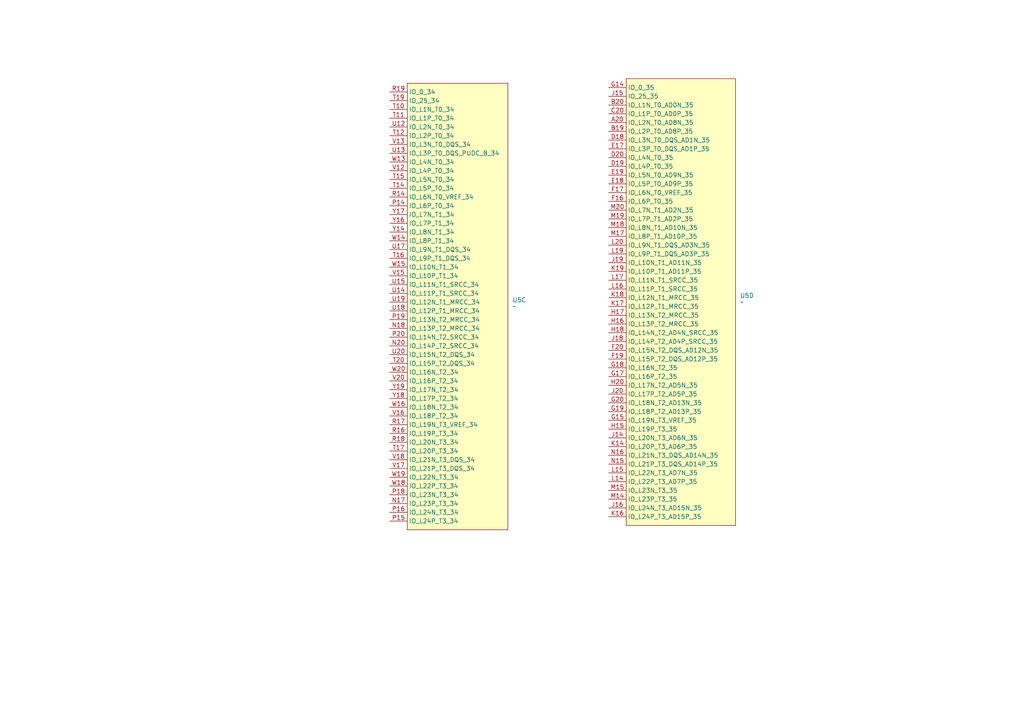
<source format=kicad_sch>
(kicad_sch (version 20231120) (generator "eeschema") (generator_version "8.0")
  (paper "A4")
  (lib_symbols
    (symbol "otter:XC7Z020-1CLG400C"
      (property "Reference" "U" (at 5.842 -1.27 0))
      (symbol "XC7Z020-1CLG400C_1_1"
        (rectangle (start 5.08 57.15) (end 34.29 0) (fill (type background)))
        (pin power_in line (at 39.37 2.54 180) (length 5.08) (name "RSVDGND") (number "F10"))
        (pin power_in line (at 39.37 29.21 180) (length 5.08) (name "VCCBATT_0") (number "F11"))
        (pin output line (at 39.37 49.53 180) (length 5.08) (name "TDO_0") (number "F6"))
        (pin input line (at 39.37 54.61 180) (length 5.08) (name "TCK_0") (number "F9"))
        (pin input line (at 39.37 52.07 180) (length 5.08) (name "TDI_0") (number "G6"))
        (pin power_in line (at 0 2.54 0) (length 5.08) (name "GNDADC_0") (number "J10"))
        (pin input line (at 39.37 46.99 180) (length 5.08) (name "TMS_0") (number "J6"))
        (pin power_in line (at 0 8.89 0) (length 5.08) (name "VCCADC_0") (number "J9"))
        (pin input line (at 0 16.51 0) (length 5.08) (name "VREFN_0") (number "K10"))
        (pin power_in line (at 39.37 38.1 180) (length 5.08) (name "VCCO_0") (number "K6"))
        (pin input line (at 0 26.67 0) (length 5.08) (name "VP_0") (number "K9"))
        (pin input line (at 0 24.13 0) (length 5.08) (name "VN_0") (number "L10"))
        (pin input line (at 0 43.18 0) (length 5.08) (name "PROGRAM_B_0") (number "L6"))
        (pin input line (at 0 19.05 0) (length 5.08) (name "VREFP_0") (number "L9"))
        (pin passive line (at 0 31.75 0) (length 5.08) (name "DXN_0") (number "M10"))
        (pin input line (at 0 54.61 0) (length 5.08) (name "CFGBVS_0") (number "M6"))
        (pin passive line (at 0 34.29 0) (length 5.08) (name "DXP_0") (number "M9"))
        (pin power_in line (at 39.37 5.08 180) (length 5.08) (name "RSVDVCC3") (number "N6"))
        (pin input line (at 0 46.99 0) (length 5.08) (name "INIT_B_0") (number "R10"))
        (pin output line (at 0 50.8 0) (length 5.08) (name "DONE_0") (number "R11"))
        (pin power_in line (at 39.37 7.62 180) (length 5.08) (name "RSVDVCC2") (number "R6"))
        (pin power_in line (at 39.37 10.16 180) (length 5.08) (name "RSVDVCC1") (number "T6"))
      )
      (symbol "XC7Z020-1CLG400C_2_1"
        (rectangle (start 5.08 66.04) (end 29.21 0) (fill (type background)))
        (pin bidirectional line (at 0 17.78 0) (length 5.08) (name "IO_L19P_T3_13") (number "T5"))
        (pin bidirectional line (at 0 53.34 0) (length 5.08) (name "IO_L12P_T1_MRCC_13") (number "T9"))
        (pin bidirectional line (at 0 55.88 0) (length 5.08) (name "IO_L12N_T1_MRCC_13") (number "U10"))
        (pin bidirectional line (at 0 20.32 0) (length 5.08) (name "IO_L19N_T3_VREF_13") (number "U5"))
        (pin bidirectional line (at 0 58.42 0) (length 5.08) (name "IO_L11P_T1_SRCC_13") (number "U7"))
        (pin bidirectional line (at 0 30.48 0) (length 5.08) (name "IO_L17N_T2_13") (number "U8"))
        (pin bidirectional line (at 0 27.94 0) (length 5.08) (name "IO_L17P_T2_13") (number "U9"))
        (pin bidirectional line (at 0 10.16 0) (length 5.08) (name "IO_L21N_T3_DQS_13") (number "V10"))
        (pin bidirectional line (at 0 7.62 0) (length 5.08) (name "IO_L21P_T3_DQS_13") (number "V11"))
        (pin bidirectional line (at 0 63.5 0) (length 5.08) (name "IO_L6N_T0_VREF_13") (number "V5"))
        (pin bidirectional line (at 0 2.54 0) (length 5.08) (name "IO_L22P_T3_13") (number "V6"))
        (pin bidirectional line (at 0 60.96 0) (length 5.08) (name "IO_L11N_T1_SRCC_13") (number "V7"))
        (pin bidirectional line (at 0 38.1 0) (length 5.08) (name "IO_L15P_T2_DQS_13") (number "V8"))
        (pin bidirectional line (at 0 33.02 0) (length 5.08) (name "IO_L16P_T2_13") (number "W10"))
        (pin bidirectional line (at 0 22.86 0) (length 5.08) (name "IO_L18P_T2_13") (number "W11"))
        (pin bidirectional line (at 0 5.08 0) (length 5.08) (name "IO_L22N_T3_13") (number "W6"))
        (pin bidirectional line (at 0 40.64 0) (length 5.08) (name "IO_L15N_T2_DQS_13") (number "W8"))
        (pin bidirectional line (at 0 35.56 0) (length 5.08) (name "IO_L16N_T2_13") (number "W9"))
        (pin bidirectional line (at 0 25.4 0) (length 5.08) (name "IO_L18N_T2_13") (number "Y11"))
        (pin bidirectional line (at 0 12.7 0) (length 5.08) (name "IO_L20P_T3_13") (number "Y12"))
        (pin bidirectional line (at 0 15.24 0) (length 5.08) (name "IO_L20N_T3_13") (number "Y13"))
        (pin bidirectional line (at 0 50.8 0) (length 5.08) (name "IO_L13N_T2_MRCC_13") (number "Y6"))
        (pin bidirectional line (at 0 48.26 0) (length 5.08) (name "IO_L13P_T2_MRCC_13") (number "Y7"))
        (pin bidirectional line (at 0 45.72 0) (length 5.08) (name "IO_L14N_T2_SRCC_13") (number "Y8"))
        (pin bidirectional line (at 0 43.18 0) (length 5.08) (name "IO_L14P_T2_SRCC_13") (number "Y9"))
      )
      (symbol "XC7Z020-1CLG400C_3_1"
        (rectangle (start 5.08 129.54) (end 34.29 0) (fill (type background)))
        (pin bidirectional line (at 0 7.62 0) (length 5.08) (name "IO_L23P_T3_34") (number "N17"))
        (pin bidirectional line (at 0 58.42 0) (length 5.08) (name "IO_L13P_T2_MRCC_34") (number "N18"))
        (pin bidirectional line (at 0 53.34 0) (length 5.08) (name "IO_L14P_T2_SRCC_34") (number "N20"))
        (pin bidirectional line (at 0 93.98 0) (length 5.08) (name "IO_L6P_T0_34") (number "P14"))
        (pin bidirectional line (at 0 2.54 0) (length 5.08) (name "IO_L24P_T3_34") (number "P15"))
        (pin bidirectional line (at 0 5.08 0) (length 5.08) (name "IO_L24N_T3_34") (number "P16"))
        (pin bidirectional line (at 0 10.16 0) (length 5.08) (name "IO_L23N_T3_34") (number "P18"))
        (pin bidirectional line (at 0 60.96 0) (length 5.08) (name "IO_L13N_T2_MRCC_34") (number "P19"))
        (pin bidirectional line (at 0 55.88 0) (length 5.08) (name "IO_L14N_T2_SRCC_34") (number "P20"))
        (pin bidirectional line (at 0 96.52 0) (length 5.08) (name "IO_L6N_T0_VREF_34") (number "R14"))
        (pin bidirectional line (at 0 27.94 0) (length 5.08) (name "IO_L19P_T3_34") (number "R16"))
        (pin bidirectional line (at 0 30.48 0) (length 5.08) (name "IO_L19N_T3_VREF_34") (number "R17"))
        (pin bidirectional line (at 0 25.4 0) (length 5.08) (name "IO_L20N_T3_34") (number "R18"))
        (pin bidirectional line (at 0 127 0) (length 5.08) (name "IO_0_34") (number "R19"))
        (pin bidirectional line (at 0 121.92 0) (length 5.08) (name "IO_L1N_T0_34") (number "T10"))
        (pin bidirectional line (at 0 119.38 0) (length 5.08) (name "IO_L1P_T0_34") (number "T11"))
        (pin bidirectional line (at 0 114.3 0) (length 5.08) (name "IO_L2P_T0_34") (number "T12"))
        (pin bidirectional line (at 0 99.06 0) (length 5.08) (name "IO_L5P_T0_34") (number "T14"))
        (pin bidirectional line (at 0 101.6 0) (length 5.08) (name "IO_L5N_T0_34") (number "T15"))
        (pin bidirectional line (at 0 78.74 0) (length 5.08) (name "IO_L9P_T1_DQS_34") (number "T16"))
        (pin bidirectional line (at 0 22.86 0) (length 5.08) (name "IO_L20P_T3_34") (number "T17"))
        (pin bidirectional line (at 0 124.46 0) (length 5.08) (name "IO_25_34") (number "T19"))
        (pin bidirectional line (at 0 48.26 0) (length 5.08) (name "IO_L15P_T2_DQS_34") (number "T20"))
        (pin bidirectional line (at 0 116.84 0) (length 5.08) (name "IO_L2N_T0_34") (number "U12"))
        (pin bidirectional line (at 0 109.22 0) (length 5.08) (name "IO_L3P_T0_DQS_PUDC_B_34") (number "U13"))
        (pin bidirectional line (at 0 68.58 0) (length 5.08) (name "IO_L11P_T1_SRCC_34") (number "U14"))
        (pin bidirectional line (at 0 71.12 0) (length 5.08) (name "IO_L11N_T1_SRCC_34") (number "U15"))
        (pin bidirectional line (at 0 81.28 0) (length 5.08) (name "IO_L9N_T1_DQS_34") (number "U17"))
        (pin bidirectional line (at 0 63.5 0) (length 5.08) (name "IO_L12P_T1_MRCC_34") (number "U18"))
        (pin bidirectional line (at 0 66.04 0) (length 5.08) (name "IO_L12N_T1_MRCC_34") (number "U19"))
        (pin bidirectional line (at 0 50.8 0) (length 5.08) (name "IO_L15N_T2_DQS_34") (number "U20"))
        (pin bidirectional line (at 0 104.14 0) (length 5.08) (name "IO_L4P_T0_34") (number "V12"))
        (pin bidirectional line (at 0 111.76 0) (length 5.08) (name "IO_L3N_T0_DQS_34") (number "V13"))
        (pin bidirectional line (at 0 73.66 0) (length 5.08) (name "IO_L10P_T1_34") (number "V15"))
        (pin bidirectional line (at 0 33.02 0) (length 5.08) (name "IO_L18P_T2_34") (number "V16"))
        (pin bidirectional line (at 0 17.78 0) (length 5.08) (name "IO_L21P_T3_DQS_34") (number "V17"))
        (pin bidirectional line (at 0 20.32 0) (length 5.08) (name "IO_L21N_T3_DQS_34") (number "V18"))
        (pin bidirectional line (at 0 43.18 0) (length 5.08) (name "IO_L16P_T2_34") (number "V20"))
        (pin bidirectional line (at 0 106.68 0) (length 5.08) (name "IO_L4N_T0_34") (number "W13"))
        (pin bidirectional line (at 0 83.82 0) (length 5.08) (name "IO_L8P_T1_34") (number "W14"))
        (pin bidirectional line (at 0 76.2 0) (length 5.08) (name "IO_L10N_T1_34") (number "W15"))
        (pin bidirectional line (at 0 35.56 0) (length 5.08) (name "IO_L18N_T2_34") (number "W16"))
        (pin bidirectional line (at 0 12.7 0) (length 5.08) (name "IO_L22P_T3_34") (number "W18"))
        (pin bidirectional line (at 0 15.24 0) (length 5.08) (name "IO_L22N_T3_34") (number "W19"))
        (pin bidirectional line (at 0 45.72 0) (length 5.08) (name "IO_L16N_T2_34") (number "W20"))
        (pin bidirectional line (at 0 86.36 0) (length 5.08) (name "IO_L8N_T1_34") (number "Y14"))
        (pin bidirectional line (at 0 88.9 0) (length 5.08) (name "IO_L7P_T1_34") (number "Y16"))
        (pin bidirectional line (at 0 91.44 0) (length 5.08) (name "IO_L7N_T1_34") (number "Y17"))
        (pin bidirectional line (at 0 38.1 0) (length 5.08) (name "IO_L17P_T2_34") (number "Y18"))
        (pin bidirectional line (at 0 40.64 0) (length 5.08) (name "IO_L17N_T2_34") (number "Y19"))
      )
      (symbol "XC7Z020-1CLG400C_4_1"
        (rectangle (start 5.08 129.54) (end 36.83 0) (fill (type background)))
        (pin bidirectional line (at 0 116.84 0) (length 5.08) (name "IO_L2N_T0_AD8N_35") (number "A20"))
        (pin bidirectional line (at 0 114.3 0) (length 5.08) (name "IO_L2P_T0_AD8P_35") (number "B19"))
        (pin bidirectional line (at 0 121.92 0) (length 5.08) (name "IO_L1N_T0_AD0N_35") (number "B20"))
        (pin bidirectional line (at 0 119.38 0) (length 5.08) (name "IO_L1P_T0_AD0P_35") (number "C20"))
        (pin bidirectional line (at 0 111.76 0) (length 5.08) (name "IO_L3N_T0_DQS_AD1N_35") (number "D18"))
        (pin bidirectional line (at 0 104.14 0) (length 5.08) (name "IO_L4P_T0_35") (number "D19"))
        (pin bidirectional line (at 0 106.68 0) (length 5.08) (name "IO_L4N_T0_35") (number "D20"))
        (pin bidirectional line (at 0 109.22 0) (length 5.08) (name "IO_L3P_T0_DQS_AD1P_35") (number "E17"))
        (pin bidirectional line (at 0 99.06 0) (length 5.08) (name "IO_L5P_T0_AD9P_35") (number "E18"))
        (pin bidirectional line (at 0 101.6 0) (length 5.08) (name "IO_L5N_T0_AD9N_35") (number "E19"))
        (pin bidirectional line (at 0 93.98 0) (length 5.08) (name "IO_L6P_T0_35") (number "F16"))
        (pin bidirectional line (at 0 96.52 0) (length 5.08) (name "IO_L6N_T0_VREF_35") (number "F17"))
        (pin bidirectional line (at 0 48.26 0) (length 5.08) (name "IO_L15P_T2_DQS_AD12P_35") (number "F19"))
        (pin bidirectional line (at 0 50.8 0) (length 5.08) (name "IO_L15N_T2_DQS_AD12N_35") (number "F20"))
        (pin bidirectional line (at 0 127 0) (length 5.08) (name "IO_0_35") (number "G14"))
        (pin bidirectional line (at 0 30.48 0) (length 5.08) (name "IO_L19N_T3_VREF_35") (number "G15"))
        (pin bidirectional line (at 0 43.18 0) (length 5.08) (name "IO_L16P_T2_35") (number "G17"))
        (pin bidirectional line (at 0 45.72 0) (length 5.08) (name "IO_L16N_T2_35") (number "G18"))
        (pin bidirectional line (at 0 33.02 0) (length 5.08) (name "IO_L18P_T2_AD13P_35") (number "G19"))
        (pin bidirectional line (at 0 35.56 0) (length 5.08) (name "IO_L18N_T2_AD13N_35") (number "G20"))
        (pin bidirectional line (at 0 27.94 0) (length 5.08) (name "IO_L19P_T3_35") (number "H15"))
        (pin bidirectional line (at 0 58.42 0) (length 5.08) (name "IO_L13P_T2_MRCC_35") (number "H16"))
        (pin bidirectional line (at 0 60.96 0) (length 5.08) (name "IO_L13N_T2_MRCC_35") (number "H17"))
        (pin bidirectional line (at 0 55.88 0) (length 5.08) (name "IO_L14N_T2_AD4N_SRCC_35") (number "H18"))
        (pin bidirectional line (at 0 40.64 0) (length 5.08) (name "IO_L17N_T2_AD5N_35") (number "H20"))
        (pin bidirectional line (at 0 25.4 0) (length 5.08) (name "IO_L20N_T3_AD6N_35") (number "J14"))
        (pin bidirectional line (at 0 124.46 0) (length 5.08) (name "IO_25_35") (number "J15"))
        (pin bidirectional line (at 0 5.08 0) (length 5.08) (name "IO_L24N_T3_AD15N_35") (number "J16"))
        (pin bidirectional line (at 0 53.34 0) (length 5.08) (name "IO_L14P_T2_AD4P_SRCC_35") (number "J18"))
        (pin bidirectional line (at 0 76.2 0) (length 5.08) (name "IO_L10N_T1_AD11N_35") (number "J19"))
        (pin bidirectional line (at 0 38.1 0) (length 5.08) (name "IO_L17P_T2_AD5P_35") (number "J20"))
        (pin bidirectional line (at 0 22.86 0) (length 5.08) (name "IO_L20P_T3_AD6P_35") (number "K14"))
        (pin bidirectional line (at 0 2.54 0) (length 5.08) (name "IO_L24P_T3_AD15P_35") (number "K16"))
        (pin bidirectional line (at 0 63.5 0) (length 5.08) (name "IO_L12P_T1_MRCC_35") (number "K17"))
        (pin bidirectional line (at 0 66.04 0) (length 5.08) (name "IO_L12N_T1_MRCC_35") (number "K18"))
        (pin bidirectional line (at 0 73.66 0) (length 5.08) (name "IO_L10P_T1_AD11P_35") (number "K19"))
        (pin bidirectional line (at 0 12.7 0) (length 5.08) (name "IO_L22P_T3_AD7P_35") (number "L14"))
        (pin bidirectional line (at 0 15.24 0) (length 5.08) (name "IO_L22N_T3_AD7N_35") (number "L15"))
        (pin bidirectional line (at 0 68.58 0) (length 5.08) (name "IO_L11P_T1_SRCC_35") (number "L16"))
        (pin bidirectional line (at 0 71.12 0) (length 5.08) (name "IO_L11N_T1_SRCC_35") (number "L17"))
        (pin bidirectional line (at 0 78.74 0) (length 5.08) (name "IO_L9P_T1_DQS_AD3P_35") (number "L19"))
        (pin bidirectional line (at 0 81.28 0) (length 5.08) (name "IO_L9N_T1_DQS_AD3N_35") (number "L20"))
        (pin bidirectional line (at 0 7.62 0) (length 5.08) (name "IO_L23P_T3_35") (number "M14"))
        (pin bidirectional line (at 0 10.16 0) (length 5.08) (name "IO_L23N_T3_35") (number "M15"))
        (pin bidirectional line (at 0 83.82 0) (length 5.08) (name "IO_L8P_T1_AD10P_35") (number "M17"))
        (pin bidirectional line (at 0 86.36 0) (length 5.08) (name "IO_L8N_T1_AD10N_35") (number "M18"))
        (pin bidirectional line (at 0 88.9 0) (length 5.08) (name "IO_L7P_T1_AD2P_35") (number "M19"))
        (pin bidirectional line (at 0 91.44 0) (length 5.08) (name "IO_L7N_T1_AD2N_35") (number "M20"))
        (pin bidirectional line (at 0 17.78 0) (length 5.08) (name "IO_L21P_T3_DQS_AD14P_35") (number "N15"))
        (pin bidirectional line (at 0 20.32 0) (length 5.08) (name "IO_L21N_T3_DQS_AD14N_35") (number "N16"))
      )
      (symbol "XC7Z020-1CLG400C_5_1"
        (rectangle (start 5.08 48.26) (end 25.4 0) (fill (type background)))
        (pin bidirectional line (at 0 27.94 0) (length 5.08) (name "PS_MIO6_500") (number "A5"))
        (pin bidirectional line (at 0 30.48 0) (length 5.08) (name "PS_MIO5_500") (number "A6"))
        (pin bidirectional line (at 0 40.64 0) (length 5.08) (name "PS_MIO1_500") (number "A7"))
        (pin bidirectional line (at 0 20.32 0) (length 5.08) (name "PS_MIO9_500") (number "B5"))
        (pin bidirectional line (at 0 33.02 0) (length 5.08) (name "PS_MIO4_500") (number "B7"))
        (pin bidirectional line (at 0 38.1 0) (length 5.08) (name "PS_MIO2_500") (number "B8"))
        (pin bidirectional line (at 0 7.62 0) (length 5.08) (name "PS_MIO14_500") (number "C5"))
        (pin bidirectional line (at 0 15.24 0) (length 5.08) (name "PS_MIO11_500") (number "C6"))
        (pin input line (at 0 2.54 0) (length 5.08) (name "PS_POR_B_500") (number "C7"))
        (pin bidirectional line (at 0 5.08 0) (length 5.08) (name "PS_MIO15_500") (number "C8"))
        (pin bidirectional line (at 0 22.86 0) (length 5.08) (name "PS_MIO8_500") (number "D5"))
        (pin bidirectional line (at 0 35.56 0) (length 5.08) (name "PS_MIO3_500") (number "D6"))
        (pin bidirectional line (at 0 25.4 0) (length 5.08) (name "PS_MIO7_500") (number "D8"))
        (pin bidirectional line (at 0 12.7 0) (length 5.08) (name "PS_MIO12_500") (number "D9"))
        (pin bidirectional line (at 0 43.18 0) (length 5.08) (name "PS_MIO0_500") (number "E6"))
        (pin input line (at 0 45.72 0) (length 5.08) (name "PS_CLK_500") (number "E7"))
        (pin bidirectional line (at 0 10.16 0) (length 5.08) (name "PS_MIO13_500") (number "E8"))
        (pin bidirectional line (at 0 17.78 0) (length 5.08) (name "PS_MIO10_500") (number "E9"))
      )
      (symbol "XC7Z020-1CLG400C_6_1"
        (rectangle (start 5.08 106.68) (end 25.4 0) (fill (type background)))
        (pin bidirectional line (at 0 50.8 0) (length 5.08) (name "PS_MIO37_501") (number "A10"))
        (pin bidirectional line (at 0 53.34 0) (length 5.08) (name "PS_MIO36_501") (number "A11"))
        (pin bidirectional line (at 0 58.42 0) (length 5.08) (name "PS_MIO34_501") (number "A12"))
        (pin bidirectional line (at 0 63.5 0) (length 5.08) (name "PS_MIO32_501") (number "A14"))
        (pin bidirectional line (at 0 78.74 0) (length 5.08) (name "PS_MIO26_501") (number "A15"))
        (pin bidirectional line (at 0 83.82 0) (length 5.08) (name "PS_MIO24_501") (number "A16"))
        (pin bidirectional line (at 0 93.98 0) (length 5.08) (name "PS_MIO20_501") (number "A17"))
        (pin bidirectional line (at 0 104.14 0) (length 5.08) (name "PS_MIO16_501") (number "A19"))
        (pin bidirectional line (at 0 35.56 0) (length 5.08) (name "PS_MIO43_501") (number "A9"))
        (pin input line (at 0 5.08 0) (length 5.08) (name "PS_SRST_B_501") (number "B10"))
        (pin bidirectional line (at 0 22.86 0) (length 5.08) (name "PS_MIO48_501") (number "B12"))
        (pin bidirectional line (at 0 17.78 0) (length 5.08) (name "PS_MIO50_501") (number "B13"))
        (pin bidirectional line (at 0 25.4 0) (length 5.08) (name "PS_MIO47_501") (number "B14"))
        (pin bidirectional line (at 0 30.48 0) (length 5.08) (name "PS_MIO45_501") (number "B15"))
        (pin bidirectional line (at 0 88.9 0) (length 5.08) (name "PS_MIO22_501") (number "B17"))
        (pin bidirectional line (at 0 99.06 0) (length 5.08) (name "PS_MIO18_501") (number "B18"))
        (pin bidirectional line (at 0 15.24 0) (length 5.08) (name "PS_MIO51_501") (number "B9"))
        (pin bidirectional line (at 0 12.7 0) (length 5.08) (name "PS_MIO52_501") (number "C10"))
        (pin bidirectional line (at 0 10.16 0) (length 5.08) (name "PS_MIO53_501") (number "C11"))
        (pin bidirectional line (at 0 20.32 0) (length 5.08) (name "PS_MIO49_501") (number "C12"))
        (pin bidirectional line (at 0 71.12 0) (length 5.08) (name "PS_MIO29_501") (number "C13"))
        (pin bidirectional line (at 0 68.58 0) (length 5.08) (name "PS_MIO30_501") (number "C15"))
        (pin bidirectional line (at 0 73.66 0) (length 5.08) (name "PS_MIO28_501") (number "C16"))
        (pin bidirectional line (at 0 40.64 0) (length 5.08) (name "PS_MIO41_501") (number "C17"))
        (pin bidirectional line (at 0 45.72 0) (length 5.08) (name "PS_MIO39_501") (number "C18"))
        (pin bidirectional line (at 0 96.52 0) (length 5.08) (name "PS_MIO19_501") (number "D10"))
        (pin bidirectional line (at 0 86.36 0) (length 5.08) (name "PS_MIO23_501") (number "D11"))
        (pin bidirectional line (at 0 76.2 0) (length 5.08) (name "PS_MIO27_501") (number "D13"))
        (pin bidirectional line (at 0 43.18 0) (length 5.08) (name "PS_MIO40_501") (number "D14"))
        (pin bidirectional line (at 0 60.96 0) (length 5.08) (name "PS_MIO33_501") (number "D15"))
        (pin bidirectional line (at 0 27.94 0) (length 5.08) (name "PS_MIO46_501") (number "D16"))
        (pin power_in line (at 0 7.62 0) (length 5.08) (name "PS_MIO_VREF_501") (number "E11"))
        (pin bidirectional line (at 0 38.1 0) (length 5.08) (name "PS_MIO42_501") (number "E12"))
        (pin bidirectional line (at 0 48.26 0) (length 5.08) (name "PS_MIO38_501") (number "E13"))
        (pin bidirectional line (at 0 101.6 0) (length 5.08) (name "PS_MIO17_501") (number "E14"))
        (pin bidirectional line (at 0 66.04 0) (length 5.08) (name "PS_MIO31_501") (number "E16"))
        (pin bidirectional line (at 0 55.88 0) (length 5.08) (name "PS_MIO35_501") (number "F12"))
        (pin bidirectional line (at 0 33.02 0) (length 5.08) (name "PS_MIO44_501") (number "F13"))
        (pin bidirectional line (at 0 91.44 0) (length 5.08) (name "PS_MIO21_501") (number "F14"))
        (pin bidirectional line (at 0 81.28 0) (length 5.08) (name "PS_MIO25_501") (number "F15"))
      )
      (symbol "XC7Z020-1CLG400C_7_1"
        (rectangle (start 5.08 152.4) (end 43.18 0) (fill (type background)))
        (pin output line (at 48.26 111.76 180) (length 5.08) (name "PS_DDR_DM0_502") (number "A1"))
        (pin bidirectional line (at 0 96.52 0) (length 5.08) (name "PS_DDR_DQ2_502") (number "A2"))
        (pin bidirectional line (at 0 93.98 0) (length 5.08) (name "PS_DDR_DQ3_502") (number "A4"))
        (pin bidirectional line (at 0 20.32 0) (length 5.08) (name "PS_DDR_DQS_N0_502") (number "B2"))
        (pin bidirectional line (at 0 99.06 0) (length 5.08) (name "PS_DDR_DQ1_502") (number "B3"))
        (pin output line (at 48.26 149.86 180) (length 5.08) (name "PS_DDR_DRST_B_502") (number "B4"))
        (pin bidirectional line (at 0 86.36 0) (length 5.08) (name "PS_DDR_DQ6_502") (number "C1"))
        (pin bidirectional line (at 0 10.16 0) (length 5.08) (name "PS_DDR_DQS_P0_502") (number "C2"))
        (pin bidirectional line (at 0 101.6 0) (length 5.08) (name "PS_DDR_DQ0_502") (number "C3"))
        (pin bidirectional line (at 0 88.9 0) (length 5.08) (name "PS_DDR_DQ5_502") (number "D1"))
        (pin bidirectional line (at 0 91.44 0) (length 5.08) (name "PS_DDR_DQ4_502") (number "D3"))
        (pin output line (at 0 116.84 0) (length 5.08) (name "PS_DDR_A13_502") (number "D4"))
        (pin bidirectional line (at 0 83.82 0) (length 5.08) (name "PS_DDR_DQ7_502") (number "E1"))
        (pin bidirectional line (at 0 81.28 0) (length 5.08) (name "PS_DDR_DQ8_502") (number "E2"))
        (pin bidirectional line (at 0 78.74 0) (length 5.08) (name "PS_DDR_DQ9_502") (number "E3"))
        (pin output line (at 0 119.38 0) (length 5.08) (name "PS_DDR_A12_502") (number "E4"))
        (pin output line (at 48.26 109.22 180) (length 5.08) (name "PS_DDR_DM1_502") (number "F1"))
        (pin bidirectional line (at 0 17.78 0) (length 5.08) (name "PS_DDR_DQS_N1_502") (number "F2"))
        (pin output line (at 0 114.3 0) (length 5.08) (name "PS_DDR_A14_502") (number "F4"))
        (pin output line (at 0 124.46 0) (length 5.08) (name "PS_DDR_A10_502") (number "F5"))
        (pin bidirectional line (at 0 7.62 0) (length 5.08) (name "PS_DDR_DQS_P1_502") (number "G2"))
        (pin bidirectional line (at 0 76.2 0) (length 5.08) (name "PS_DDR_DQ10_502") (number "G3"))
        (pin output line (at 0 121.92 0) (length 5.08) (name "PS_DDR_A11_502") (number "G4"))
        (pin power_out line (at 48.26 137.16 180) (length 5.08) (name "PS_DDR_VRN_502") (number "G5"))
        (pin bidirectional line (at 0 66.04 0) (length 5.08) (name "PS_DDR_DQ14_502") (number "H1"))
        (pin bidirectional line (at 0 68.58 0) (length 5.08) (name "PS_DDR_DQ13_502") (number "H2"))
        (pin bidirectional line (at 0 73.66 0) (length 5.08) (name "PS_DDR_DQ11_502") (number "H3"))
        (pin power_out line (at 48.26 139.7 180) (length 5.08) (name "PS_DDR_VRP_502") (number "H5"))
        (pin bidirectional line (at 0 63.5 0) (length 5.08) (name "PS_DDR_DQ15_502") (number "J1"))
        (pin bidirectional line (at 0 71.12 0) (length 5.08) (name "PS_DDR_DQ12_502") (number "J3"))
        (pin output line (at 0 127 0) (length 5.08) (name "PS_DDR_A9_502") (number "J4"))
        (pin output line (at 0 105.41 0) (length 5.08) (name "PS_DDR_BA2_502") (number "J5"))
        (pin output line (at 0 129.54 0) (length 5.08) (name "PS_DDR_A8_502") (number "K1"))
        (pin output line (at 0 147.32 0) (length 5.08) (name "PS_DDR_A1_502") (number "K2"))
        (pin output line (at 0 142.24 0) (length 5.08) (name "PS_DDR_A3_502") (number "K3"))
        (pin output line (at 0 132.08 0) (length 5.08) (name "PS_DDR_A7_502") (number "K4"))
        (pin output line (at 0 137.16 0) (length 5.08) (name "PS_DDR_A5_502") (number "L1"))
        (pin output line (at 48.26 119.38 180) (length 5.08) (name "PS_DDR_CKP_502") (number "L2"))
        (pin output line (at 0 134.62 0) (length 5.08) (name "PS_DDR_A6_502") (number "L4"))
        (pin output line (at 0 110.49 0) (length 5.08) (name "PS_DDR_BA0_502") (number "L5"))
        (pin output line (at 48.26 121.92 180) (length 5.08) (name "PS_DDR_CKN_502") (number "M2"))
        (pin output line (at 0 144.78 0) (length 5.08) (name "PS_DDR_A2_502") (number "M3"))
        (pin output line (at 0 139.7 0) (length 5.08) (name "PS_DDR_A4_502") (number "M4"))
        (pin output line (at 48.26 132.08 180) (length 5.08) (name "PS_DDR_WE_B_502") (number "M5"))
        (pin output line (at 48.26 116.84 180) (length 5.08) (name "PS_DDR_CS_B_502") (number "N1"))
        (pin output line (at 0 149.86 0) (length 5.08) (name "PS_DDR_A0_502") (number "N2"))
        (pin output line (at 48.26 124.46 180) (length 5.08) (name "PS_DDR_CKE_502") (number "N3"))
        (pin output line (at 48.26 147.32 180) (length 5.08) (name "PS_DDR_ODT_502") (number "N5"))
        (pin bidirectional line (at 0 60.96 0) (length 5.08) (name "PS_DDR_DQ16_502") (number "P1"))
        (pin bidirectional line (at 0 58.42 0) (length 5.08) (name "PS_DDR_DQ17_502") (number "P3"))
        (pin output line (at 48.26 144.78 180) (length 5.08) (name "PS_DDR_RAS_B_502") (number "P4"))
        (pin output line (at 48.26 127 180) (length 5.08) (name "PS_DDR_CAS_B_502") (number "P5"))
        (pin bidirectional line (at 0 53.34 0) (length 5.08) (name "PS_DDR_DQ19_502") (number "R1"))
        (pin bidirectional line (at 0 5.08 0) (length 5.08) (name "PS_DDR_DQS_P2_502") (number "R2"))
        (pin bidirectional line (at 0 55.88 0) (length 5.08) (name "PS_DDR_DQ18_502") (number "R3"))
        (pin output line (at 0 107.95 0) (length 5.08) (name "PS_DDR_BA1_502") (number "R4"))
        (pin output line (at 48.26 106.68 180) (length 5.08) (name "PS_DDR_DM2_502") (number "T1"))
        (pin bidirectional line (at 0 15.24 0) (length 5.08) (name "PS_DDR_DQS_N2_502") (number "T2"))
        (pin bidirectional line (at 0 50.8 0) (length 5.08) (name "PS_DDR_DQ20_502") (number "T4"))
        (pin bidirectional line (at 0 45.72 0) (length 5.08) (name "PS_DDR_DQ22_502") (number "U2"))
        (pin bidirectional line (at 0 43.18 0) (length 5.08) (name "PS_DDR_DQ23_502") (number "U3"))
        (pin bidirectional line (at 0 48.26 0) (length 5.08) (name "PS_DDR_DQ21_502") (number "U4"))
        (pin bidirectional line (at 0 40.64 0) (length 5.08) (name "PS_DDR_DQ24_502") (number "V1"))
        (pin bidirectional line (at 0 25.4 0) (length 5.08) (name "PS_DDR_DQ30_502") (number "V2"))
        (pin bidirectional line (at 0 22.86 0) (length 5.08) (name "PS_DDR_DQ31_502") (number "V3"))
        (pin bidirectional line (at 0 35.56 0) (length 5.08) (name "PS_DDR_DQ26_502") (number "W1"))
        (pin bidirectional line (at 0 27.94 0) (length 5.08) (name "PS_DDR_DQ29_502") (number "W3"))
        (pin bidirectional line (at 0 12.7 0) (length 5.08) (name "PS_DDR_DQS_N3_502") (number "W4"))
        (pin bidirectional line (at 0 2.54 0) (length 5.08) (name "PS_DDR_DQS_P3_502") (number "W5"))
        (pin output line (at 48.26 104.14 180) (length 5.08) (name "PS_DDR_DM3_502") (number "Y1"))
        (pin bidirectional line (at 0 30.48 0) (length 5.08) (name "PS_DDR_DQ28_502") (number "Y2"))
        (pin bidirectional line (at 0 38.1 0) (length 5.08) (name "PS_DDR_DQ25_502") (number "Y3"))
        (pin bidirectional line (at 0 33.02 0) (length 5.08) (name "PS_DDR_DQ27_502") (number "Y4"))
      )
      (symbol "XC7Z020-1CLG400C_8_1"
        (rectangle (start 5.08 63.5) (end 38.1 0) (fill (type background)))
        (pin power_in line (at 0 20.32 0) (length 5.08) (name "VCCO_MIO1_501[4]") (number "A13"))
        (pin power_in line (at 0 2.54 0) (length 5.08) (name "GND[59]") (number "A18"))
        (pin power_in line (at 0 40.64 0) (length 5.08) (name "VCCO_DDR_502[10]") (number "A3"))
        (pin power_in line (at 0 2.54 0) (length 5.08) (name "GND[59]") (number "A8"))
        (pin power_in line (at 0 2.54 0) (length 5.08) (name "GND[59]") (number "B1"))
        (pin power_in line (at 0 2.54 0) (length 5.08) (name "GND[59]") (number "B11"))
        (pin power_in line (at 0 20.32 0) (length 5.08) (name "VCCO_MIO1_501[4]") (number "B16"))
        (pin power_in line (at 0 30.48 0) (length 5.08) (name "VCCO_MIO0_500[2]") (number "B6"))
        (pin power_in line (at 0 2.54 0) (length 5.08) (name "GND[59]") (number "C14"))
        (pin power_in line (at 43.18 10.16 180) (length 5.08) (name "VCCO_35[6]") (number "C19"))
        (pin power_in line (at 0 2.54 0) (length 5.08) (name "GND[59]") (number "C4"))
        (pin power_in line (at 0 2.54 0) (length 5.08) (name "GND[59]") (number "C9"))
        (pin power_in line (at 0 20.32 0) (length 5.08) (name "VCCO_MIO1_501[4]") (number "D12"))
        (pin power_in line (at 0 2.54 0) (length 5.08) (name "GND[59]") (number "D17"))
        (pin power_in line (at 0 40.64 0) (length 5.08) (name "VCCO_DDR_502[10]") (number "D2"))
        (pin power_in line (at 0 30.48 0) (length 5.08) (name "VCCO_MIO0_500[2]") (number "D7"))
        (pin power_in line (at 0 2.54 0) (length 5.08) (name "GND[59]") (number "E10"))
        (pin power_in line (at 0 20.32 0) (length 5.08) (name "VCCO_MIO1_501[4]") (number "E15"))
        (pin power_in line (at 0 2.54 0) (length 5.08) (name "GND[59]") (number "E20"))
        (pin power_in line (at 0 40.64 0) (length 5.08) (name "VCCO_DDR_502[10]") (number "E5"))
        (pin power_in line (at 43.18 10.16 180) (length 5.08) (name "VCCO_35[6]") (number "F18"))
        (pin power_in line (at 0 2.54 0) (length 5.08) (name "GND[59]") (number "F3"))
        (pin power_in line (at 0 2.54 0) (length 5.08) (name "GND[59]") (number "F7"))
        (pin power_in line (at 43.18 40.64 180) (length 5.08) (name "VCCPAUX[5]") (number "F8"))
        (pin power_in line (at 0 40.64 0) (length 5.08) (name "VCCO_DDR_502[10]") (number "G1"))
        (pin power_in line (at 0 2.54 0) (length 5.08) (name "GND[59]") (number "G10"))
        (pin power_in line (at 43.18 50.8 180) (length 5.08) (name "VCCBRAM[2]") (number "G11"))
        (pin power_in line (at 0 2.54 0) (length 5.08) (name "GND[59]") (number "G12"))
        (pin power_in line (at 0 60.96 0) (length 5.08) (name "VCCINT[9]") (number "G13"))
        (pin power_in line (at 0 2.54 0) (length 5.08) (name "GND[59]") (number "G16"))
        (pin power_in line (at 0 50.8 0) (length 5.08) (name "VCCPINT[6]") (number "G7"))
        (pin power_in line (at 43.18 30.48 180) (length 5.08) (name "VCCPLL") (number "G8"))
        (pin power_in line (at 43.18 40.64 180) (length 5.08) (name "VCCPAUX[5]") (number "G9"))
        (pin power_in line (at 43.18 50.8 180) (length 5.08) (name "VCCBRAM[2]") (number "H10"))
        (pin power_in line (at 0 2.54 0) (length 5.08) (name "GND[59]") (number "H11"))
        (pin power_in line (at 0 60.96 0) (length 5.08) (name "VCCINT[9]") (number "H12"))
        (pin power_in line (at 0 2.54 0) (length 5.08) (name "GND[59]") (number "H13"))
        (pin power_in line (at 43.18 10.16 180) (length 5.08) (name "VCCO_35[6]") (number "H14"))
        (pin power_in line (at 0 2.54 0) (length 5.08) (name "GND[59]") (number "H19"))
        (pin power_in line (at 0 40.64 0) (length 5.08) (name "VCCO_DDR_502[10]") (number "H4"))
        (pin power_in line (at 43.18 5.08 180) (length 5.08) (name "PS_DDR_VREF0_502") (number "H6"))
        (pin power_in line (at 0 2.54 0) (length 5.08) (name "GND[59]") (number "H7"))
        (pin power_in line (at 43.18 40.64 180) (length 5.08) (name "VCCPAUX[5]") (number "H8"))
        (pin power_in line (at 0 2.54 0) (length 5.08) (name "GND[59]") (number "H9"))
        (pin power_in line (at 43.18 60.96 180) (length 5.08) (name "VCCAUX[6]") (number "J11"))
        (pin power_in line (at 0 2.54 0) (length 5.08) (name "GND[59]") (number "J12"))
        (pin power_in line (at 0 60.96 0) (length 5.08) (name "VCCINT[9]") (number "J13"))
        (pin power_in line (at 43.18 10.16 180) (length 5.08) (name "VCCO_35[6]") (number "J17"))
        (pin power_in line (at 0 2.54 0) (length 5.08) (name "GND[59]") (number "J2"))
        (pin power_in line (at 0 50.8 0) (length 5.08) (name "VCCPINT[6]") (number "J7"))
        (pin power_in line (at 0 2.54 0) (length 5.08) (name "GND[59]") (number "J8"))
        (pin power_in line (at 0 2.54 0) (length 5.08) (name "GND[59]") (number "K11"))
        (pin power_in line (at 0 60.96 0) (length 5.08) (name "VCCINT[9]") (number "K12"))
        (pin power_in line (at 0 2.54 0) (length 5.08) (name "GND[59]") (number "K13"))
        (pin power_in line (at 0 2.54 0) (length 5.08) (name "GND[59]") (number "K15"))
        (pin power_in line (at 43.18 10.16 180) (length 5.08) (name "VCCO_35[6]") (number "K20"))
        (pin power_in line (at 0 2.54 0) (length 5.08) (name "GND[59]") (number "K5"))
        (pin power_in line (at 0 2.54 0) (length 5.08) (name "GND[59]") (number "K7"))
        (pin power_in line (at 43.18 40.64 180) (length 5.08) (name "VCCPAUX[5]") (number "K8"))
        (pin power_in line (at 43.18 60.96 180) (length 5.08) (name "VCCAUX[6]") (number "L11"))
        (pin power_in line (at 0 2.54 0) (length 5.08) (name "GND[59]") (number "L12"))
        (pin power_in line (at 0 60.96 0) (length 5.08) (name "VCCINT[9]") (number "L13"))
        (pin power_in line (at 0 2.54 0) (length 5.08) (name "GND[59]") (number "L18"))
        (pin power_in line (at 0 40.64 0) (length 5.08) (name "VCCO_DDR_502[10]") (number "L3"))
        (pin power_in line (at 0 50.8 0) (length 5.08) (name "VCCPINT[6]") (number "L7"))
        (pin power_in line (at 0 2.54 0) (length 5.08) (name "GND[59]") (number "L8"))
        (pin power_in line (at 0 2.54 0) (length 5.08) (name "GND[59]") (number "M1"))
        (pin power_in line (at 0 2.54 0) (length 5.08) (name "GND[59]") (number "M11"))
        (pin power_in line (at 0 60.96 0) (length 5.08) (name "VCCINT[9]") (number "M12"))
        (pin power_in line (at 0 2.54 0) (length 5.08) (name "GND[59]") (number "M13"))
        (pin power_in line (at 43.18 10.16 180) (length 5.08) (name "VCCO_35[6]") (number "M16"))
        (pin power_in line (at 0 2.54 0) (length 5.08) (name "GND[59]") (number "M7"))
        (pin power_in line (at 43.18 40.64 180) (length 5.08) (name "VCCPAUX[5]") (number "M8"))
        (pin power_in line (at 0 2.54 0) (length 5.08) (name "GND[59]") (number "N10"))
        (pin power_in line (at 43.18 60.96 180) (length 5.08) (name "VCCAUX[6]") (number "N11"))
        (pin power_in line (at 0 2.54 0) (length 5.08) (name "GND[59]") (number "N12"))
        (pin power_in line (at 0 60.96 0) (length 5.08) (name "VCCINT[9]") (number "N13"))
        (pin power_in line (at 0 2.54 0) (length 5.08) (name "GND[59]") (number "N14"))
        (pin power_in line (at 43.18 16.51 180) (length 5.08) (name "VCCO_34[6]") (number "N19"))
        (pin power_in line (at 0 2.54 0) (length 5.08) (name "GND[59]") (number "N4"))
        (pin power_in line (at 0 50.8 0) (length 5.08) (name "VCCPINT[6]") (number "N7"))
        (pin power_in line (at 0 2.54 0) (length 5.08) (name "GND[59]") (number "N8"))
        (pin power_in line (at 43.18 60.96 180) (length 5.08) (name "VCCAUX[6]") (number "N9"))
        (pin power_in line (at 43.18 60.96 180) (length 5.08) (name "VCCAUX[6]") (number "P10"))
        (pin power_in line (at 0 2.54 0) (length 5.08) (name "GND[59]") (number "P11"))
        (pin power_in line (at 0 60.96 0) (length 5.08) (name "VCCINT[9]") (number "P12"))
        (pin power_in line (at 0 2.54 0) (length 5.08) (name "GND[59]") (number "P13"))
        (pin power_in line (at 0 2.54 0) (length 5.08) (name "GND[59]") (number "P17"))
        (pin power_in line (at 0 40.64 0) (length 5.08) (name "VCCO_DDR_502[10]") (number "P2"))
        (pin power_in line (at 43.18 2.54 180) (length 5.08) (name "PS_DDR_VREF1_502") (number "P6"))
        (pin power_in line (at 0 2.54 0) (length 5.08) (name "GND[59]") (number "P7"))
        (pin power_in line (at 0 50.8 0) (length 5.08) (name "VCCPINT[6]") (number "P8"))
        (pin power_in line (at 0 2.54 0) (length 5.08) (name "GND[59]") (number "P9"))
        (pin power_in line (at 0 2.54 0) (length 5.08) (name "GND[59]") (number "R12"))
        (pin power_in line (at 0 60.96 0) (length 5.08) (name "VCCINT[9]") (number "R13"))
        (pin power_in line (at 43.18 16.51 180) (length 5.08) (name "VCCO_34[6]") (number "R15"))
        (pin power_in line (at 0 2.54 0) (length 5.08) (name "GND[59]") (number "R20"))
        (pin power_in line (at 0 40.64 0) (length 5.08) (name "VCCO_DDR_502[10]") (number "R5"))
        (pin power_in line (at 0 50.8 0) (length 5.08) (name "VCCPINT[6]") (number "R7"))
        (pin power_in line (at 0 2.54 0) (length 5.08) (name "GND[59]") (number "R8"))
        (pin power_in line (at 43.18 60.96 180) (length 5.08) (name "VCCAUX[6]") (number "R9"))
        (pin power_in line (at 0 2.54 0) (length 5.08) (name "GND[59]") (number "T13"))
        (pin power_in line (at 43.18 16.51 180) (length 5.08) (name "VCCO_34[6]") (number "T18"))
        (pin power_in line (at 0 2.54 0) (length 5.08) (name "GND[59]") (number "T3"))
        (pin power_in line (at 0 2.54 0) (length 5.08) (name "GND[59]") (number "T7"))
        (pin power_in line (at 43.18 22.86 180) (length 5.08) (name "VCCO_13[4]") (number "T8"))
        (pin power_in line (at 0 40.64 0) (length 5.08) (name "VCCO_DDR_502[10]") (number "U1"))
        (pin power_in line (at 43.18 22.86 180) (length 5.08) (name "VCCO_13[4]") (number "U11"))
        (pin power_in line (at 0 2.54 0) (length 5.08) (name "GND[59]") (number "U16"))
        (pin power_in line (at 0 2.54 0) (length 5.08) (name "GND[59]") (number "U6"))
        (pin power_in line (at 43.18 16.51 180) (length 5.08) (name "VCCO_34[6]") (number "V14"))
        (pin power_in line (at 0 2.54 0) (length 5.08) (name "GND[59]") (number "V19"))
        (pin power_in line (at 0 40.64 0) (length 5.08) (name "VCCO_DDR_502[10]") (number "V4"))
        (pin power_in line (at 0 2.54 0) (length 5.08) (name "GND[59]") (number "V9"))
        (pin power_in line (at 0 2.54 0) (length 5.08) (name "GND[59]") (number "W12"))
        (pin power_in line (at 43.18 16.51 180) (length 5.08) (name "VCCO_34[6]") (number "W17"))
        (pin power_in line (at 0 2.54 0) (length 5.08) (name "GND[59]") (number "W2"))
        (pin power_in line (at 43.18 22.86 180) (length 5.08) (name "VCCO_13[4]") (number "W7"))
        (pin power_in line (at 43.18 22.86 180) (length 5.08) (name "VCCO_13[4]") (number "Y10"))
        (pin power_in line (at 0 2.54 0) (length 5.08) (name "GND[59]") (number "Y15"))
        (pin power_in line (at 43.18 16.51 180) (length 5.08) (name "VCCO_34[6]") (number "Y20"))
        (pin power_in line (at 0 2.54 0) (length 5.08) (name "GND[59]") (number "Y5"))
      )
    )
  )
  (symbol (lib_id "otter:XC7Z020-1CLG400C") (at 113.03 153.67 0) (unit 3)
    (property "Reference" "U5" (at 148.59 86.9949 0) (effects (justify left)))
    (property "Value" "~" (at 148.59 88.9 0) (effects (justify left)))
    (property "Footprint" "otter:1CLG400C" (effects (hide yes)))
  )
  (symbol (lib_id "otter:XC7Z020-1CLG400C") (at 176.53 152.4 0) (unit 4)
    (property "Reference" "U5" (at 214.63 85.7249 0) (effects (justify left)))
    (property "Value" "~" (at 214.63 87.63 0) (effects (justify left)))
    (property "Footprint" "otter:1CLG400C" (effects (hide yes)))
  )
)
</source>
